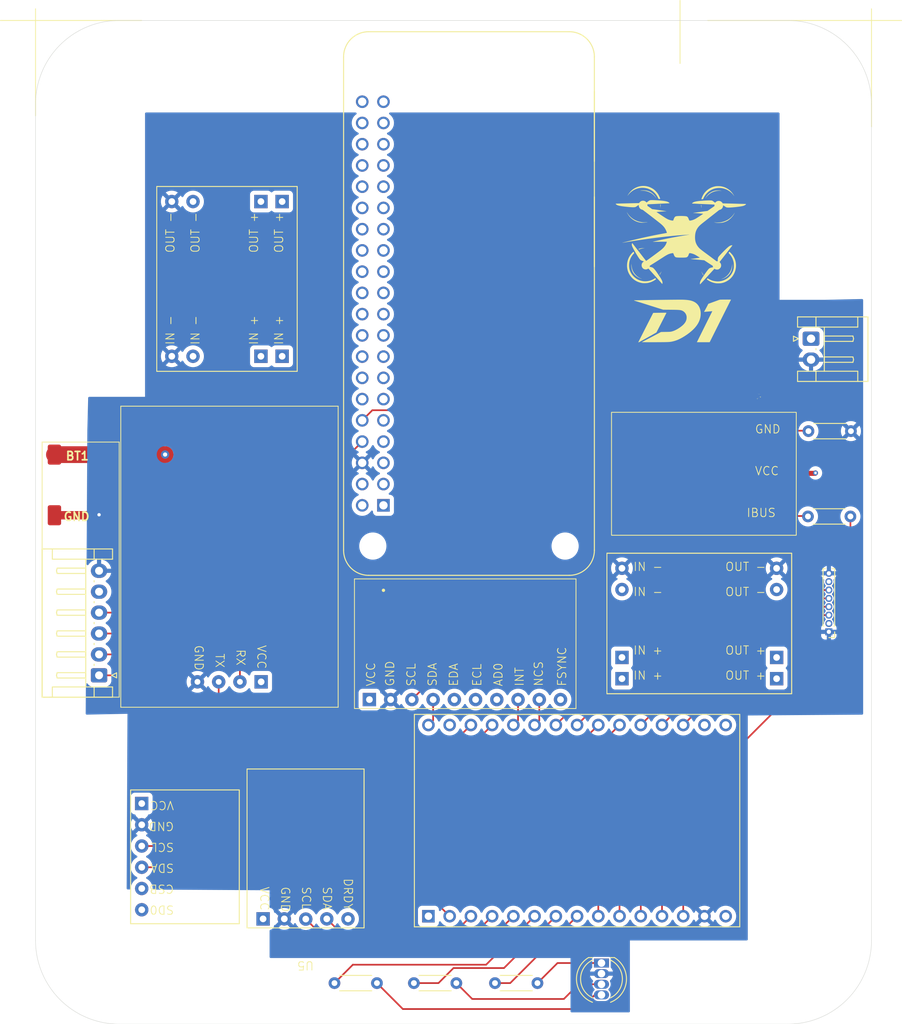
<source format=kicad_pcb>
(kicad_pcb (version 20241229) (generator "pcbnew") (generator_version "9.0")
  (layers (0 "F.Cu" signal) (4 "In1.Cu" signal) (6 "In2.Cu" signal) (2 "B.Cu" signal) (13 "F.Paste" user) (15 "B.Paste" user) (5 "F.SilkS" user "F.Silkscreen") (7 "B.SilkS" user "B.Silkscreen") (1 "F.Mask" user) (3 "B.Mask" user) (25 "Edge.Cuts" user))
  (net 0 "")
  (net 1 "0")
  (net 2 "+7.5V")
  (net 3 "Net-(D1-DO)")
  (net 4 "Net-(D1-DI)")
  (net 5 "Net-(D1-VDD)")
  (net 6 "Net-(J1-Pin_25)")
  (net 7 "Net-(J1-Pin_27)")
  (net 8 "Net-(J1-Pin_3)")
  (net 10 "Net-(J1-Pin_9)")
  (net 11 "Net-(J1-Pin_24)")
  (net 12 "Net-(J1-Pin_2)")
  (net 13 "Net-(J1-Pin_7)")
  (net 14 "Net-(J1-Pin_20)")
  (net 15 "+3.3V")
  (net 16 "Net-(J1-Pin_23)")
  (net 17 "Net-(J1-Pin_12)")
  (net 18 "Net-(J1-Pin_10)")
  (net 19 "Net-(J1-Pin_13)")
  (net 20 "Net-(J1-Pin_26)")
  (net 21 "Net-(J1-Pin_30)")
  (net 22 "Net-(J1-Pin_28)")
  (net 23 "Net-(J1-Pin_19)")
  (net 24 "Net-(J1-Pin_5)")
  (net 26 "Net-(J1-Pin_4)")
  (net 28 "Net-(J1-Pin_21)")
  (net 29 "Net-(J1-Pin_11)")
  (net 30 "Net-(J1-Pin_22)")
  (net 31 "Net-(J1-Pin_6)")
  (net 32 "+5V")
  (net 45 "Net-(J1-Pin_18)")
  (net 64 "Net-(C3-Pad1)")
  (net 65 "Net-(C1-Pad2)")
  (net 66 "Net-(C3-Pad2)")
  (net 67 "Net-(C1-Pad1)")
  (net 68 "Net-(C2-Pad1)")
  (net 69 "Net-(C2-Pad2)")
  (net 70 "Net-(C4-Pad1)")
  (net 71 "Net-(C4-Pad2)")
  (net 72 "Net-(J1-Pin_8)")
  (net 87 "Net-(U8-SBUS)")
  (net 88 "Net-(U8-GND)")
  (footprint "Graphics:biggerdrone" (layer "F.Cu") (at 137.2 55.6)
    (property "Reference" "G***" (hide yes))
    (property "Value" "LOGO" (hide yes))
  )
  (footprint "mp1584:mp1584_footprint" (layer "F.Cu") (at 69.7 61.85 90)
    (property "Reference" "U6" (hide yes))
    (property "Value" "mp1584" (hide yes))
    (fp_text user "IN -" (at -7 10 90) (layer "F.SilkS") (effects (font (thickness 0.1)) (justify left bottom)))
    (fp_text user "OUT -" (at 4 10 90) (layer "F.SilkS") (effects (font (thickness 0.1)) (justify left bottom)))
    (fp_text user "IN +" (at -7 20 90) (layer "F.SilkS") (effects (font (thickness 0.1)) (justify left bottom)))
    (fp_text user "IN +" (at -7 17 90) (layer "F.SilkS") (effects (font (thickness 0.1)) (justify left bottom)))
    (fp_text user "IN -" (at -7 7 90) (layer "F.SilkS") (effects (font (thickness 0.1)) (justify left bottom)))
    (fp_text user "OUT +" (at 4 17 90) (layer "F.SilkS") (effects (font (thickness 0.1)) (justify left bottom)))
    (fp_text user "OUT -" (at 4 7 90) (layer "F.SilkS") (effects (font (thickness 0.1)) (justify left bottom)))
    (fp_text user "OUT +" (at 4 20 90) (layer "F.SilkS") (effects (font (thickness 0.1)) (justify left bottom)))
    (pad "1" thru_hole rect (at 10.2 19.8 90) (size 1.6 1.6) (drill 0.8) (layers "*.Cu" "*.Mask") (net 15 "+3.3V"))
    (pad "2" thru_hole rect (at 10.2 17.26 90) (size 1.6 1.6) (drill 0.8) (layers "*.Cu" "*.Mask") (net 64 "Net-(C3-Pad1)"))
    (pad "3" thru_hole circle (at 10.2 9.14 90) (size 1.6 1.6) (drill 0.8) (layers "*.Cu" "*.Mask") (net 66 "Net-(C3-Pad2)"))
    (pad "4" thru_hole circle (at 10.2 6.6 90) (size 1.6 1.6) (drill 0.8) (layers "*.Cu" "*.Mask") (net 1 "0"))
    (pad "5" thru_hole circle (at -8.3 6.6 90) (size 1.6 1.6) (drill 0.8) (layers "*.Cu" "*.Mask") (net 1 "0"))
    (pad "6" thru_hole circle (at -8.3 9.14 90) (size 1.6 1.6) (drill 0.8) (layers "*.Cu" "*.Mask") (net 65 "Net-(C1-Pad2)"))
    (pad "7" thru_hole rect (at -8.3 17.26 90) (size 1.6 1.6) (drill 0.8) (layers "*.Cu" "*.Mask") (net 67 "Net-(C1-Pad1)"))
    (pad "8" thru_hole rect (at -8.3 19.8 90) (size 1.6 1.6) (drill 0.8) (layers "*.Cu" "*.Mask") (net 2 "+7.5V"))
  )
  (footprint "MountingHole:MountingHole_3.5mm" (layer "F.Cu") (at 137.071068 36.928932)
    (property "Reference" "H7" (hide yes))
    (property "Value" "MountingHole" (hide yes))
    (pad "" np_thru_hole circle (at 0 0) (size 3.5 3.5) (drill 3.5) (layers "*.Cu" "*.Mask"))
  )
  (footprint "Resistor_THT:R_Axial_DIN0204_L3.6mm_D1.6mm_P5.08mm_Horizontal" (layer "F.Cu") (at 157.54 79.1 180)
    (property "Reference" "R5" (hide yes))
    (property "Value" "2K")
    (pad "1" thru_hole circle (at 0 0 180) (size 1.4 1.4) (drill 0.7) (layers "*.Cu" "*.Mask") (net 1 "0"))
    (pad "2" thru_hole oval (at 5.08 0 180) (size 1.4 1.4) (drill 0.7) (layers "*.Cu" "*.Mask") (net 88 "Net-(U8-GND)"))
  )
  (footprint "Flysky fs-a8s:Flysky fs-a8s_footprint" (layer "F.Cu") (at 122 83.45 90)
    (property "Reference" "U8" (hide yes))
    (property "Value" "Flysky fs-a8s" (hide yes))
    (fp_text user "IBUS" (at -6 23 0) (layer "F.SilkS") (effects (font (thickness 0.1)) (justify left bottom)))
    (fp_text user "GND" (at 4 24 0) (layer "F.SilkS") (effects (font (thickness 0.1)) (justify left bottom)))
    (fp_text user "VCC" (at -1 24 0) (layer "F.SilkS") (effects (font (thickness 0.1)) (justify left bottom)))
    (pad "1" smd roundrect (at 4.4 28 90) (size 2.4 1.6) (layers "F.Cu" "F.Mask" "F.Paste") (roundrect_rratio 0.15) (net 88 "Net-(U8-GND)"))
    (pad "2" smd roundrect (at -0.7 28 90) (size 2.4 1.6) (layers "F.Cu" "F.Mask" "F.Paste") (roundrect_rratio 0.15) (net 32 "+5V"))
    (pad "3" smd roundrect (at -5.8 28 90) (size 2.4 1.6) (layers "F.Cu" "F.Mask" "F.Paste") (roundrect_rratio 0.15) (net 87 "Net-(U8-SBUS)"))
  )
  (footprint "MPU6500:MPU6500" (layer "F.Cu") (at 115.18 116.28 180)
    (property "Reference" "U9" (hide yes))
    (property "Value" "~" (hide yes))
    (fp_text user "SCL" (at 9.652 6.604 90) (layer "F.SilkS") (effects (font (thickness 0.1)) (justify left bottom)))
    (fp_text user "SDA" (at 7.112 6.604 90) (layer "F.SilkS") (effects (font (thickness 0.1)) (justify left bottom)))
    (fp_text user "NCS" (at -5.588 6.604 90) (layer "F.SilkS") (effects (font (thickness 0.1)) (justify left bottom)))
    (fp_text user "GND" (at 12.192 6.604 90) (layer "F.SilkS") (effects (font (thickness 0.1)) (justify left bottom)))
    (fp_text user "VCC" (at 14.478 6.604 90) (layer "F.SilkS") (effects (font (thickness 0.1)) (justify left bottom)))
    (fp_text user "EDA" (at 4.572 6.604 90) (layer "F.SilkS") (effects (font (thickness 0.1)) (justify left bottom)))
    (fp_text user "INT" (at -3.302 6.604 90) (layer "F.SilkS") (effects (font (thickness 0.1)) (justify left bottom)))
    (fp_text user "ECL" (at 1.778 6.604 90) (layer "F.SilkS") (effects (font (thickness 0.1)) (justify left bottom)))
    (fp_text user "AD0" (at -0.762 6.604 90) (layer "F.SilkS") (effects (font (thickness 0.1)) (justify left bottom)))
    (fp_text user "FSYNC" (at -8.382 6.604 90) (layer "F.SilkS") (effects (font (thickness 0.1)) (justify left bottom)))
    (pad "1" thru_hole rect (at 15.24 5.08 180) (size 1.6 1.6) (drill 0.8) (layers "*.Cu" "*.Mask") (net 15 "+3.3V"))
    (pad "2" thru_hole circle (at 12.7 5.08 180) (size 1.6 1.6) (drill 0.8) (layers "*.Cu" "*.Mask") (net 1 "0"))
    (pad "3" thru_hole circle (at 10.16 5.08 180) (size 1.6 1.6) (drill 0.8) (layers "*.Cu" "*.Mask") (net 11 "Net-(J1-Pin_24)"))
    (pad "4" thru_hole circle (at 7.62 5.08 180) (size 1.6 1.6) (drill 0.8) (layers "*.Cu" "*.Mask") (net 21 "Net-(J1-Pin_30)"))
    (pad "5" thru_hole circle (at 5.08 5.08 180) (size 1.6 1.6) (drill 0.8) (layers "*.Cu" "*.Mask"))
    (pad "6" thru_hole circle (at 2.54 5.08 180) (size 1.6 1.6) (drill 0.8) (layers "*.Cu" "*.Mask"))
    (pad "7" thru_hole circle (at 0 5.08 180) (size 1.6 1.6) (drill 0.8) (layers "*.Cu" "*.Mask"))
    (pad "8" thru_hole circle (at -2.54 5.08 180) (size 1.6 1.6) (drill 0.8) (layers "*.Cu" "*.Mask") (net 20 "Net-(J1-Pin_26)"))
    (pad "9" thru_hole circle (at -5.08 5.08 180) (size 1.6 1.6) (drill 0.8) (layers "*.Cu" "*.Mask") (net 6 "Net-(J1-Pin_25)"))
    (pad "10" thru_hole circle (at -7.62 5.08 180) (size 1.6 1.6) (drill 0.8) (layers "*.Cu" "*.Mask"))
  )
  (footprint "Connector_JST:JST_EH_S2B-EH_1x02_P2.50mm_Horizontal" (layer "F.Cu") (at 152.7675 68.05 -90)
    (property "Reference" "BT1" (hide yes))
    (property "Value" "Battery")
    (pad "1" thru_hole roundrect (at 0 0 270) (size 1.7 2) (drill 1) (layers "*.Cu" "*.Mask") (roundrect_rratio 0.147059) (net 2 "+7.5V"))
    (pad "2" thru_hole oval (at 2.5 0 270) (size 1.7 2) (drill 1) (layers "*.Cu" "*.Mask") (net 1 "0"))
  )
  (footprint "Graphics:words" (layer "F.Cu") (at 137.4 65.9)
    (property "Reference" "G***" (hide yes))
    (property "Value" "LOGO" (hide yes))
  )
  (footprint "Connector_PinHeader_1.00mm:PinHeader_1x08_P1.00mm_Vertical" (layer "F.Cu") (at 154.9 103.1 180)
    (property "Reference" "J2" (hide yes))
    (property "Value" "Conn_01x08_Pin" (hide yes))
    (pad "1" thru_hole rect (at 0 0 180) (size 0.85 0.85) (drill 0.5) (layers "*.Cu" "*.Mask") (net 1 "0"))
    (pad "2" thru_hole oval (at 0 1 180) (size 0.85 0.85) (drill 0.5) (layers "*.Cu" "*.Mask") (net 15 "+3.3V"))
    (pad "3" thru_hole oval (at 0 2 180) (size 0.85 0.85) (drill 0.5) (layers "*.Cu" "*.Mask") (net 45 "Net-(J1-Pin_18)"))
    (pad "4" thru_hole oval (at 0 3 180) (size 0.85 0.85) (drill 0.5) (layers "*.Cu" "*.Mask") (net 23 "Net-(J1-Pin_19)"))
    (pad "5" thru_hole oval (at 0 4 180) (size 0.85 0.85) (drill 0.5) (layers "*.Cu" "*.Mask") (net 14 "Net-(J1-Pin_20)"))
    (pad "6" thru_hole oval (at 0 5 180) (size 0.85 0.85) (drill 0.5) (layers "*.Cu" "*.Mask") (net 16 "Net-(J1-Pin_23)"))
    (pad "7" thru_hole oval (at 0 6 180) (size 0.85 0.85) (drill 0.5) (layers "*.Cu" "*.Mask") (net 32 "+5V"))
    (pad "8" thru_hole oval (at 0 7 180) (size 0.85 0.85) (drill 0.5) (layers "*.Cu" "*.Mask") (net 1 "0"))
  )
  (footprint "MountingHole:MountingHole_3.5mm" (layer "F.Cu") (at 82.928933 143.071068)
    (property "Reference" "H5" (hide yes))
    (property "Value" "MountingHole" (hide yes))
    (pad "" np_thru_hole circle (at 0 0) (size 3.5 3.5) (drill 3.5) (layers "*.Cu" "*.Mask"))
  )
  (footprint "Resistor_THT:R_Axial_DIN0204_L3.6mm_D1.6mm_P5.08mm_Horizontal" (layer "F.Cu") (at 100.84 145.1 180)
    (property "Reference" "R3" (hide yes))
    (property "Value" "220" (hide yes))
    (pad "1" thru_hole circle (at 0 0 180) (size 1.4 1.4) (drill 0.7) (layers "*.Cu" "*.Mask") (net 4 "Net-(D1-DI)"))
    (pad "2" thru_hole oval (at 5.08 0 180) (size 1.4 1.4) (drill 0.7) (layers "*.Cu" "*.Mask") (net 31 "Net-(J1-Pin_6)"))
  )
  (footprint "Resistor_THT:R_Axial_DIN0204_L3.6mm_D1.6mm_P5.08mm_Horizontal" (layer "F.Cu") (at 120.04 145.1 180)
    (property "Reference" "R1" (hide yes))
    (property "Value" "220" (hide yes))
    (pad "1" thru_hole circle (at 0 0 180) (size 1.4 1.4) (drill 0.7) (layers "*.Cu" "*.Mask") (net 3 "Net-(D1-DO)"))
    (pad "2" thru_hole oval (at 5.08 0 180) (size 1.4 1.4) (drill 0.7) (layers "*.Cu" "*.Mask") (net 72 "Net-(J1-Pin_8)"))
  )
  (footprint "mp1584:mp1584_footprint" (layer "F.Cu") (at 138.45 88.9)
    (property "Reference" "U7" (hide yes))
    (property "Value" "mp1584" (hide yes))
    (fp_text user "IN -" (at -7 7 0) (layer "F.SilkS") (effects (font (thickness 0.1)) (justify left bottom)))
    (fp_text user "IN +" (at -7 17 0) (layer "F.SilkS") (effects (font (thickness 0.1)) (justify left bottom)))
    (fp_text user "OUT +" (at 4 17 0) (layer "F.SilkS") (effects (font (thickness 0.1)) (justify left bottom)))
    (fp_text user "IN +" (at -7 20 0) (layer "F.SilkS") (effects (font (thickness 0.1)) (justify left bottom)))
    (fp_text user "OUT -" (at 4 7 0) (layer "F.SilkS") (effects (font (thickness 0.1)) (justify left bottom)))
    (fp_text user "OUT -" (at 4 10 0) (layer "F.SilkS") (effects (font (thickness 0.1)) (justify left bottom)))
    (fp_text user "OUT +" (at 4 20 0) (layer "F.SilkS") (effects (font (thickness 0.1)) (justify left bottom)))
    (fp_text user "IN -" (at -7 10 0) (layer "F.SilkS") (effects (font (thickness 0.1)) (justify left bottom)))
    (pad "1" thru_hole rect (at 10.2 19.8) (size 1.6 1.6) (drill 0.8) (layers "*.Cu" "*.Mask") (net 32 "+5V"))
    (pad "2" thru_hole rect (at 10.2 17.26) (size 1.6 1.6) (drill 0.8) (layers "*.Cu" "*.Mask") (net 71 "Net-(C4-Pad2)"))
    (pad "3" thru_hole circle (at 10.2 9.14) (size 1.6 1.6) (drill 0.8) (layers "*.Cu" "*.Mask") (net 70 "Net-(C4-Pad1)"))
    (pad "4" thru_hole circle (at 10.2 6.6) (size 1.6 1.6) (drill 0.8) (layers "*.Cu" "*.Mask") (net 1 "0"))
    (pad "5" thru_hole circle (at -8.3 6.6) (size 1.6 1.6) (drill 0.8) (layers "*.Cu" "*.Mask") (net 1 "0"))
    (pad "6" thru_hole circle (at -8.3 9.14) (size 1.6 1.6) (drill 0.8) (layers "*.Cu" "*.Mask") (net 68 "Net-(C2-Pad1)"))
    (pad "7" thru_hole rect (at -8.3 17.26) (size 1.6 1.6) (drill 0.8) (layers "*.Cu" "*.Mask") (net 69 "Net-(C2-Pad2)"))
    (pad "8" thru_hole rect (at -8.3 19.8) (size 1.6 1.6) (drill 0.8) (layers "*.Cu" "*.Mask") (net 2 "+7.5V"))
  )
  (footprint "HMC5883L:HMC5883L_footprint" (layer "F.Cu") (at 92.3 142.5 180)
    (property "Reference" "U5" (at 0 -0.5 180) (layer "F.SilkS") (effects (font (thickness 0.1))))
    (property "Value" "HMC5883L")
    (fp_text user "SDA" (at -2 9 270) (layer "F.SilkS") (effects (font (thickness 0.1)) (justify left bottom)))
    (fp_text user "SCL" (at 0.5 9 270) (layer "F.SilkS") (effects (font (thickness 0.1)) (justify left bottom)))
    (fp_text user "DRDY" (at -4.5 10 270) (layer "F.SilkS") (effects (font (thickness 0.1)) (justify left bottom)))
    (fp_text user "GND" (at 3 9 270) (layer "F.SilkS") (effects (font (thickness 0.1)) (justify left bottom)))
    (fp_text user "VCC" (at 5.5 9 270) (layer "F.SilkS") (effects (font (thickness 0.1)) (justify left bottom)))
    (pad "1" thru_hole rect (at 5.08 5.08 180) (size 1.6 1.6) (drill 0.8) (layers "*.Cu" "*.Mask") (net 15 "+3.3V"))
    (pad "2" thru_hole circle (at 2.54 5.08 180) (size 1.6 1.6) (drill 0.8) (layers "*.Cu" "*.Mask") (net 1 "0"))
    (pad "3" thru_hole circle (at -0.027476 5.05461 180) (size 1.6 1.6) (drill 0.8) (layers "*.Cu" "*.Mask") (net 24 "Net-(J1-Pin_5)"))
    (pad "4" thru_hole circle (at -2.54 5.08 180) (size 1.6 1.6) (drill 0.8) (layers "*.Cu" "*.Mask") (net 26 "Net-(J1-Pin_4)"))
    (pad "5" thru_hole circle (at -5.08 5.08 180) (size 1.6 1.6) (drill 0.8) (layers "*.Cu" "*.Mask"))
  )
  (footprint "Resistor_THT:R_Axial_DIN0204_L3.6mm_D1.6mm_P5.08mm_Horizontal" (layer "F.Cu") (at 157.48 89.3 180)
    (property "Reference" "R4" (hide yes))
    (property "Value" "3.3K")
    (pad "1" thru_hole circle (at 0 0 180) (size 1.4 1.4) (drill 0.7) (layers "*.Cu" "*.Mask") (net 19 "Net-(J1-Pin_13)"))
    (pad "2" thru_hole oval (at 5.08 0 180) (size 1.4 1.4) (drill 0.7) (layers "*.Cu" "*.Mask") (net 87 "Net-(U8-SBUS)"))
  )
  (footprint "4x1_ESC:4x1_ESC" (layer "F.Cu") (at 60.76 96.41 -90)
    (property "Reference" "U10" (hide yes))
    (property "Value" "~" (hide yes))
    (fp_text user "GND" (at -6.5 -2.5 0) (layer "F.SilkS") (effects (font (thickness 0.2) (bold yes)) (justify left bottom)))
    (fp_text user "BT1" (at -13.75 -2.75 0) (layer "F.SilkS") (effects (font (thickness 0.2) (bold yes)) (justify left bottom)))
    (pad "1" thru_hole oval (at -0.61 -6.84 90) (size 1.7 1.95) (drill 0.95) (layers "*.Cu" "*.Mask") (net 1 "0"))
    (pad "2" thru_hole oval (at 1.89 -6.84 90) (size 1.7 1.95) (drill 0.95) (layers "*.Cu" "*.Mask"))
    (pad "3" thru_hole oval (at 4.39 -6.84 90) (size 1.7 1.95) (drill 0.95) (layers "*.Cu" "*.Mask") (net 17 "Net-(J1-Pin_12)"))
    (pad "4" thru_hole oval (at 6.89 -6.84 90) (size 1.7 1.95) (drill 0.95) (layers "*.Cu" "*.Mask") (net 29 "Net-(J1-Pin_11)"))
    (pad "5" thru_hole oval (at 9.39 -6.84 90) (size 1.7 1.95) (drill 0.95) (layers "*.Cu" "*.Mask") (net 18 "Net-(J1-Pin_10)"))
    (pad "6" thru_hole roundrect (at 11.89 -6.84 90) (size 1.7 1.95) (drill 0.95) (layers "*.Cu" "*.Mask") (roundrect_rratio 0.147059) (net 10 "Net-(J1-Pin_9)"))
    (pad "13" smd roundrect (at -7.25 -1.5 270) (size 2.4 1.6) (layers "F.Cu" "F.Mask" "F.Paste") (roundrect_rratio 0.15) (net 1 "0"))
    (pad "14" smd roundrect (at -14.5 -1.5 270) (size 2.4 1.6) (layers "F.Cu" "F.Mask" "F.Paste") (roundrect_rratio 0.15) (net 2 "+7.5V"))
  )
  (footprint "MountingHole:MountingHole_3.5mm" (layer "F.Cu") (at 137.071068 143.071067)
    (property "Reference" "H3" (hide yes))
    (property "Value" "MountingHole" (hide yes))
    (pad "" np_thru_hole circle (at 0 0) (size 3.5 3.5) (drill 3.5) (layers "*.Cu" "*.Mask"))
  )
  (footprint "Resistor_THT:R_Axial_DIN0204_L3.6mm_D1.6mm_P5.08mm_Horizontal" (layer "F.Cu") (at 110.34 145.1 180)
    (property "Reference" "R2" (hide yes))
    (property "Value" "220" (hide yes))
    (pad "1" thru_hole circle (at 0 0 180) (size 1.4 1.4) (drill 0.7) (layers "*.Cu" "*.Mask") (net 5 "Net-(D1-VDD)"))
    (pad "2" thru_hole oval (at 5.08 0 180) (size 1.4 1.4) (drill 0.7) (layers "*.Cu" "*.Mask") (net 13 "Net-(J1-Pin_7)"))
  )
  (footprint "RF_Module:ESP32-C3-DevKitM-1" (layer "F.Cu") (at 107 137.1 90)
    (property "Reference" "J1" (hide yes))
    (property "Value" "ESP-32_DevkitC" (hide yes))
    (pad "1" thru_hole rect (at 0 0 90) (size 1.5 1.5) (drill 0.9) (layers "*.Cu" "*.Mask"))
    (pad "2" thru_hole circle (at 0 2.54 90) (size 1.5 1.5) (drill 0.9) (layers "*.Cu" "*.Mask") (net 12 "Net-(J1-Pin_2)"))
    (pad "3" thru_hole circle (at 0 5.08 90) (size 1.5 1.5) (drill 0.9) (layers "*.Cu" "*.Mask") (net 8 "Net-(J1-Pin_3)"))
    (pad "4" thru_hole circle (at 0 7.62 90) (size 1.5 1.5) (drill 0.9) (layers "*.Cu" "*.Mask") (net 26 "Net-(J1-Pin_4)"))
    (pad "5" thru_hole circle (at 0 10.16 90) (size 1.5 1.5) (drill 0.9) (layers "*.Cu" "*.Mask") (net 24 "Net-(J1-Pin_5)"))
    (pad "6" thru_hole circle (at 0 12.7 90) (size 1.5 1.5) (drill 0.9) (layers "*.Cu" "*.Mask") (net 31 "Net-(J1-Pin_6)"))
    (pad "7" thru_hole circle (at 0 15.24 90) (size 1.5 1.5) (drill 0.9) (layers "*.Cu" "*.Mask") (net 13 "Net-(J1-Pin_7)"))
    (pad "8" thru_hole circle (at 0 17.78 90) (size 1.5 1.5) (drill 0.9) (layers "*.Cu" "*.Mask") (net 72 "Net-(J1-Pin_8)"))
    (pad "9" thru_hole circle (at 0 20.32 90) (size 1.5 1.5) (drill 0.9) (layers "*.Cu" "*.Mask") (net 10 "Net-(J1-Pin_9)"))
    (pad "10" thru_hole circle (at 0 22.86 90) (size 1.5 1.5) (drill 0.9) (layers "*.Cu" "*.Mask") (net 18 "Net-(J1-Pin_10)"))
    (pad "11" thru_hole circle (at 0 25.4 90) (size 1.5 1.5) (drill 0.9) (layers "*.Cu" "*.Mask") (net 29 "Net-(J1-Pin_11)"))
    (pad "12" thru_hole circle (at 0 27.94 90) (size 1.5 1.5) (drill 0.9) (layers "*.Cu" "*.Mask") (net 17 "Net-(J1-Pin_12)"))
    (pad "13" thru_hole circle (at 0 30.48 90) (size 1.5 1.5) (drill 0.9) (layers "*.Cu" "*.Mask") (net 19 "Net-(J1-Pin_13)"))
    (pad "14" thru_hole circle (at 0 33.02 90) (size 1.5 1.5) (drill 0.9) (layers "*.Cu" "*.Mask") (net 1 "0"))
    (pad "15" thru_hole circle (at 0 35.56 90) (size 1.5 1.5) (drill 0.9) (layers "*.Cu" "*.Mask") (net 15 "+3.3V"))
    (pad "16" thru_hole circle (at 22.86 35.56 90) (size 1.5 1.5) (drill 0.9) (layers "*.Cu" "*.Mask"))
    (pad "17" thru_hole circle (at 22.86 33.02 90) (size 1.5 1.5) (drill 0.9) (layers "*.Cu" "*.Mask"))
    (pad "18" thru_hole circle (at 22.86 30.48 90) (size 1.5 1.5) (drill 0.9) (layers "*.Cu" "*.Mask") (net 45 "Net-(J1-Pin_18)"))
    (pad "19" thru_hole circle (at 22.86 27.94 90) (size 1.5 1.5) (drill 0.9) (layers "*.Cu" "*.Mask") (net 23 "Net-(J1-Pin_19)"))
    (pad "20" thru_hole circle (at 22.86 25.4 90) (size 1.5 1.5) (drill 0.9) (layers "*.Cu" "*.Mask") (net 14 "Net-(J1-Pin_20)"))
    (pad "21" thru_hole circle (at 22.86 22.86 90) (size 1.5 1.5) (drill 0.9) (layers "*.Cu" "*.Mask") (net 28 "Net-(J1-Pin_21)"))
    (pad "22" thru_hole circle (at 22.86 20.32 90) (size 1.5 1.5) (drill 0.9) (layers "*.Cu" "*.Mask") (net 30 "Net-(J1-Pin_22)"))
    (pad "23" thru_hole circle (at 22.86 17.78 90) (size 1.5 1.5) (drill 0.9) (layers "*.Cu" "*.Mask") (net 16 "Net-(J1-Pin_23)"))
    (pad "24" thru_hole circle (at 22.86 15.24 90) (size 1.5 1.5) (drill 0.9) (layers "*.Cu" "*.Mask") (net 11 "Net-(J1-Pin_24)"))
    (pad "25" thru_hole circle (at 22.86 12.7 90) (size 1.5 1.5) (drill 0.9) (layers "*.Cu" "*.Mask") (net 6 "Net-(J1-Pin_25)"))
    (pad "26" thru_hole circle (at 22.86 10.16 90) (size 1.5 1.5) (drill 0.9) (layers "*.Cu" "*.Mask") (net 20 "Net-(J1-Pin_26)"))
    (pad "27" thru_hole circle (at 22.86 7.62 90) (size 1.5 1.5) (drill 0.9) (layers "*.Cu" "*.Mask") (net 7 "Net-(J1-Pin_27)"))
    (pad "28" thru_hole circle (at 22.86 5.08 90) (size 1.5 1.5) (drill 0.9) (layers "*.Cu" "*.Mask") (net 22 "Net-(J1-Pin_28)"))
    (pad "29" thru_hole circle (at 22.86 2.54 90) (size 1.5 1.5) (drill 0.9) (layers "*.Cu" "*.Mask"))
    (pad "30" thru_hole circle (at 22.86 0 90) (size 1.5 1.5) (drill 0.9) (layers "*.Cu" "*.Mask") (net 21 "Net-(J1-Pin_30)"))
  )
  (footprint "MountingHole:MountingHole_3.5mm" (layer "F.Cu") (at 82.928932 36.928932)
    (property "Reference" "H1" (hide yes))
    (property "Value" "MountingHole" (hide yes))
    (pad "" np_thru_hole circle (at 0 0) (size 3.5 3.5) (drill 3.5) (layers "*.Cu" "*.Mask"))
  )
  (footprint "MountingHole:MountingHole_3.5mm" (layer "F.Cu") (at 153.071068 127.071067)
    (property "Reference" "H2" (hide yes))
    (property "Value" "MountingHole" (hide yes))
    (pad "" np_thru_hole circle (at 0 0) (size 3.5 3.5) (drill 3.5) (layers "*.Cu" "*.Mask"))
  )
  (footprint "MountingHole:MountingHole_3.5mm" (layer "F.Cu") (at 66.928932 127.071067)
    (property "Reference" "H6" (hide yes))
    (property "Value" "MountingHole" (hide yes))
    (pad "" np_thru_hole circle (at 0 0) (size 3.5 3.5) (drill 3.5) (layers "*.Cu" "*.Mask"))
  )
  (footprint "MountingHole:MountingHole_3.5mm" (layer "F.Cu") (at 153.071068 52.928933)
    (property "Reference" "H8" (hide yes))
    (property "Value" "MountingHole" (hide yes))
    (pad "" np_thru_hole circle (at 0 0) (size 3.5 3.5) (drill 3.5) (layers "*.Cu" "*.Mask"))
  )
  (footprint "Rasberry Pi 0W footprint:MODULE_SC0065" (layer "F.Cu") (at 111.85 63.8425 90)
    (property "Reference" "U1" (hide yes))
    (property "Value" "Rasberry Pi 0W" (hide yes))
    (pad "" np_thru_hole circle (at -29 -11.5 90) (size 2.75 2.75) (drill 2.75) (layers "*.Cu" "*.Mask"))
    (pad "" np_thru_hole circle (at -29 11.5 90) (size 2.75 2.75) (drill 2.75) (layers "*.Cu" "*.Mask"))
    (pad "" np_thru_hole circle (at 29 -11.5 90) (size 2.75 2.75) (drill 2.75) (layers "*.Cu" "*.Mask"))
    (pad "" np_thru_hole circle (at 29 11.5 90) (size 2.75 2.75) (drill 2.75) (layers "*.Cu" "*.Mask"))
    (pad "1" thru_hole rect (at -24.13 -10.23 90) (size 1.508 1.508) (drill 1) (layers "*.Cu" "*.Mask"))
    (pad "2" thru_hole circle (at -24.13 -12.77 90) (size 1.508 1.508) (drill 1) (layers "*.Cu" "*.Mask") (net 32 "+5V"))
    (pad "3" thru_hole circle (at -21.59 -10.23 90) (size 1.508 1.508) (drill 1) (layers "*.Cu" "*.Mask"))
    (pad "4" thru_hole circle (at -21.59 -12.77 90) (size 1.508 1.508) (drill 1) (layers "*.Cu" "*.Mask"))
    (pad "5" thru_hole circle (at -19.05 -10.23 90) (size 1.508 1.508) (drill 1) (layers "*.Cu" "*.Mask"))
    (pad "6" thru_hole circle (at -19.05 -12.77 90) (size 1.508 1.508) (drill 1) (layers "*.Cu" "*.Mask") (net 1 "0"))
    (pad "7" thru_hole circle (at -16.51 -10.23 90) (size 1.508 1.508) (drill 1) (layers "*.Cu" "*.Mask"))
    (pad "8" thru_hole circle (at -16.51 -12.77 90) (size 1.508 1.508) (drill 1) (layers "*.Cu" "*.Mask") (net 7 "Net-(J1-Pin_27)"))
    (pad "9" thru_hole circle (at -13.97 -10.23 90) (size 1.508 1.508) (drill 1) (layers "*.Cu" "*.Mask"))
    (pad "10" thru_hole circle (at -13.97 -12.77 90) (size 1.508 1.508) (drill 1) (layers "*.Cu" "*.Mask") (net 22 "Net-(J1-Pin_28)"))
    (pad "11" thru_hole circle (at -11.43 -10.23 90) (size 1.508 1.508) (drill 1) (layers "*.Cu" "*.Mask"))
    (pad "12" thru_hole circle (at -11.43 -12.77 90) (size 1.508 1.508) (drill 1) (layers "*.Cu" "*.Mask"))
    (pad "13" thru_hole circle (at -8.89 -10.23 90) (size 1.508 1.508) (drill 1) (layers "*.Cu" "*.Mask"))
    (pad "14" thru_hole circle (at -8.89 -12.77 90) (size 1.508 1.508) (drill 1) (layers "*.Cu" "*.Mask"))
    (pad "15" thru_hole circle (at -6.35 -10.23 90) (size 1.508 1.508) (drill 1) (layers "*.Cu" "*.Mask"))
    (pad "16" thru_hole circle (at -6.35 -12.77 90) (size 1.508 1.508) (drill 1) (layers "*.Cu" "*.Mask"))
    (pad "17" thru_hole circle (at -3.81 -10.23 90) (size 1.508 1.508) (drill 1) (layers "*.Cu" "*.Mask"))
    (pad "18" thru_hole circle (at -3.81 -12.77 90) (size 1.508 1.508) (drill 1) (layers "*.Cu" "*.Mask"))
    (pad "19" thru_hole circle (at -1.27 -10.23 90) (size 1.508 1.508) (drill 1) (layers "*.Cu" "*.Mask"))
    (pad "20" thru_hole circle (at -1.27 -12.77 90) (size 1.508 1.508) (drill 1) (layers "*.Cu" "*.Mask"))
    (pad "21" thru_hole circle (at 1.27 -10.23 90) (size 1.508 1.508) (drill 1) (layers "*.Cu" "*.Mask"))
    (pad "22" thru_hole circle (at 1.27 -12.77 90) (size 1.508 1.508) (drill 1) (layers "*.Cu" "*.Mask"))
    (pad "23" thru_hole circle (at 3.81 -10.23 90) (size 1.508 1.508) (drill 1) (layers "*.Cu" "*.Mask"))
    (pad "24" thru_hole circle (at 3.81 -12.77 90) (size 1.508 1.508) (drill 1) (layers "*.Cu" "*.Mask"))
    (pad "25" thru_hole circle (at 6.35 -10.23 90) (size 1.508 1.508) (drill 1) (layers "*.Cu" "*.Mask"))
    (pad "26" thru_hole circle (at 6.35 -12.77 90) (size 1.508 1.508) (drill 1) (layers "*.Cu" "*.Mask"))
    (pad "27" thru_hole circle (at 8.89 -10.23 90) (size 1.508 1.508) (drill 1) (layers "*.Cu" "*.Mask"))
    (pad "28" thru_hole circle (at 8.89 -12.77 90) (size 1.508 1.508) (drill 1) (layers "*.Cu" "*.Mask"))
    (pad "29" thru_hole circle (at 11.43 -10.23 90) (size 1.508 1.508) (drill 1) (layers "*.Cu" "*.Mask"))
    (pad "30" thru_hole circle (at 11.43 -12.77 90) (size 1.508 1.508) (drill 1) (layers "*.Cu" "*.Mask"))
    (pad "31" thru_hole circle (at 13.97 -10.23 90) (size 1.508 1.508) (drill 1) (layers "*.Cu" "*.Mask"))
    (pad "32" thru_hole circle (at 13.97 -12.77 90) (size 1.508 1.508) (drill 1) (layers "*.Cu" "*.Mask"))
    (pad "33" thru_hole circle (at 16.51 -10.23 90) (size 1.508 1.508) (drill 1) (layers "*.Cu" "*.Mask"))
    (pad "34" thru_hole circle (at 16.51 -12.77 90) (size 1.508 1.508) (drill 1) (layers "*.Cu" "*.Mask"))
    (pad "35" thru_hole circle (at 19.05 -10.23 90) (size 1.508 1.508) (drill 1) (layers "*.Cu" "*.Mask"))
    (pad "36" thru_hole circle (at 19.05 -12.77 90) (size 1.508 1.508) (drill 1) (layers "*.Cu" "*.Mask"))
    (pad "37" thru_hole circle (at 21.59 -10.23 90) (size 1.508 1.508) (drill 1) (layers "*.Cu" "*.Mask"))
    (pad "38" thru_hole circle (at 21.59 -12.77 90) (size 1.508 1.508) (drill 1) (layers "*.Cu" "*.Mask"))
    (pad "39" thru_hole circle (at 24.13 -10.23 90) (size 1.508 1.508) (drill 1) (layers "*.Cu" "*.Mask"))
    (pad "40" thru_hole circle (at 24.13 -12.77 90) (size 1.508 1.508) (drill 1) (layers "*.Cu" "*.Mask"))
  )
  (footprint "MountingHole:MountingHole_3.5mm" (layer "F.Cu") (at 66.928932 52.928933)
    (property "Reference" "H4" (hide yes))
    (property "Value" "MountingHole" (hide yes))
    (pad "" np_thru_hole circle (at 0 0) (size 3.5 3.5) (drill 3.5) (layers "*.Cu" "*.Mask"))
  )
  (footprint "GY-NEO6MV2_footprint:GY-NEO6MV2foot" (layer "F.Cu") (at 84.45 111.6175 180)
    (property "Reference" "U3" (hide yes))
    (property "Value" "GY-NEO6MV2" (hide yes))
    (fp_text user "TX" (at 3 6 270) (layer "F.SilkS") (effects (font (thickness 0.1)) (justify left bottom)))
    (fp_text user "GND" (at 5.5 7 270) (layer "F.SilkS") (effects (font (thickness 0.1)) (justify left bottom)))
    (fp_text user "RX" (at 0.5 6.5 270) (layer "F.SilkS") (effects (font (thickness 0.1)) (justify left bottom)))
    (fp_text user "VCC" (at -2 7 270) (layer "F.SilkS") (effects (font (thickness 0.1)) (justify left bottom)))
    (pad "1" thru_hole rect (at -2.54 2.54 180) (size 1.6 1.6) (drill 0.8) (layers "*.Cu" "*.Mask") (net 15 "+3.3V"))
    (pad "2" thru_hole circle (at 0 2.54 180) (size 1.6 1.6) (drill 0.7) (layers "*.Cu" "*.Mask") (net 28 "Net-(J1-Pin_21)"))
    (pad "3" thru_hole circle (at 2.54 2.54 180) (size 1.6 1.6) (drill 0.7) (layers "*.Cu" "*.Mask") (net 30 "Net-(J1-Pin_22)"))
    (pad "4" thru_hole circle (at 5.08 2.54 180) (size 1.6 1.6) (drill 0.7) (layers "*.Cu" "*.Mask") (net 1 "0"))
  )
  (footprint "LED_THT:LED_D5.0mm-4_RGB" (layer "F.Cu") (at 127.7 142.7 -90)
    (property "Reference" "D1" (hide yes))
    (property "Value" "APA-106-F5" (hide yes))
    (pad "1" thru_hole rect (at 0 0 270) (size 1.07 1.8) (drill 0.9) (layers "*.Cu" "*.Mask") (net 3 "Net-(D1-DO)"))
    (pad "2" thru_hole oval (at 1.27 0 270) (size 1.07 1.8) (drill 0.9) (layers "*.Cu" "*.Mask") (net 1 "0"))
    (pad "3" thru_hole oval (at 2.54 0 270) (size 1.07 1.8) (drill 0.9) (layers "*.Cu" "*.Mask") (net 5 "Net-(D1-VDD)"))
    (pad "4" thru_hole oval (at 3.81 0 270) (size 1.07 1.8) (drill 0.9) (layers "*.Cu" "*.Mask") (net 4 "Net-(D1-DI)"))
  )
  (footprint "BME280_module:BME280_footprint" (layer "F.Cu") (at 67.625 131.25 90)
    (property "Reference" "U4" (hide yes))
    (property "Value" "BME280" (hide yes))
    (fp_text user "SDA" (at 0.5 9 180) (layer "F.SilkS") (effects (font (thickness 0.1)) (justify left bottom)))
    (fp_text user "VCC" (at 8 9 180) (layer "F.SilkS") (effects (font (thickness 0.1)) (justify left bottom)))
    (fp_text user "CSB" (at -2 9 180) (layer "F.SilkS") (effects (font (thickness 0.1)) (justify left bottom)))
    (fp_text user "SD0" (at -4.5 9 180) (layer "F.SilkS") (effects (font (thickness 0.1)) (justify left bottom)))
    (fp_text user "SCL" (at 3 9 180) (layer "F.SilkS") (effects (font (thickness 0.1)) (justify left bottom)))
    (fp_text user "GND" (at 5.5 9 180) (layer "F.SilkS") (effects (font (thickness 0.1)) (justify left bottom)))
    (pad "1" thru_hole rect (at 7.62 5.08 90) (size 1.6 1.6) (drill 0.8) (layers "*.Cu" "*.Mask") (net 15 "+3.3V"))
    (pad "2" thru_hole circle (at 5.08 5.08 90) (size 1.6 1.6) (drill 0.8) (layers "*.Cu" "*.Mask") (net 1 "0"))
    (pad "3" thru_hole circle (at 2.54 5.08 90) (size 1.6 1.6) (drill 0.8) (layers "*.Cu" "*.Mask") (net 12 "Net-(J1-Pin_2)"))
    (pad "4" thru_hole circle (at 0 5.08 90) (size 1.6 1.6) (drill 0.8) (layers "*.Cu" "*.Mask") (net 8 "Net-(J1-Pin_3)"))
    (pad "5" thru_hole circle (at -2.54 5.08 90) (size 1.6 1.6) (drill 0.8) (layers "*.Cu" "*.Mask") (net 15 "+3.3V"))
    (pad "6" thru_hole circle (at -5.08 5.08 90) (size 1.6 1.6) (drill 0.8) (layers "*.Cu" "*.Mask"))
  )
  (gr_line (start 60 41.4) (end 60 28.6) (stroke (width 0.1)) (layer "F.SilkS"))
  (gr_line (start 137.1 36.9) (end 137.1 27.6) (stroke (width 0.1)) (layer "F.SilkS"))
  (gr_line (start 140.4 30) (end 163.6 30) (stroke (width 0.1)) (layer "F.SilkS"))
  (gr_line (start 160 42.7) (end 160 28.6) (stroke (width 0.1)) (layer "F.SilkS"))
  (gr_line (start 72.7 30) (end 55.8 30) (stroke (width 0.1)) (layer "F.SilkS"))
  (gr_line (start 70 30) (end 150 30) (stroke (width 0.05)) (layer "Edge.Cuts"))
  (gr_arc (start 150 30) (mid 157.071068 32.928932) (end 160 40) (stroke (width 0.05)) (layer "Edge.Cuts"))
  (gr_line (start 160 40) (end 160 140) (stroke (width 0.05)) (layer "Edge.Cuts"))
  (gr_arc (start 70 150) (mid 62.928932 147.071068) (end 60 140) (stroke (width 0.05)) (layer "Edge.Cuts"))
  (gr_arc (start 160 140) (mid 157.071068 147.071068) (end 150 150) (stroke (width 0.05)) (layer "Edge.Cuts"))
  (gr_arc (start 60 40) (mid 62.928932 32.928932) (end 70 30) (stroke (width 0.05)) (layer "Edge.Cuts"))
  (gr_line (start 60 140) (end 60 40) (stroke (width 0.05)) (layer "Edge.Cuts"))
  (gr_line (start 150 150) (end 70 150) (stroke (width 0.05)) (layer "Edge.Cuts"))
  (segment (start 67.54 89.16) (end 67.6 89.1) (width 1) (layer "F.Cu") (net 1))
  (segment (start 62.26 89.16) (end 67.54 89.16) (width 1) (layer "F.Cu") (net 1))
  (via (at 67.6 89.1) (size 0.8) (drill 0.4) (layers "F.Cu" "B.Cu") (net 1))
  (segment (start 75.49 81.91) (end 75.5 81.9) (width 2) (layer "F.Cu") (net 2))
  (segment (start 62.26 81.91) (end 75.49 81.91) (width 2) (layer "F.Cu") (net 2))
  (via (at 75.5 81.9) (size 1) (drill 0.5) (layers "F.Cu" "B.Cu") (net 2))
  (segment (start 122.44 142.7) (end 120.04 145.1) (width 0.2) (layer "F.Cu") (net 3))
  (segment (start 127.7 142.7) (end 122.44 142.7) (width 0.2) (layer "F.Cu") (net 3))
  (segment (start 103.94 148.2) (end 125.2 148.2) (width 0.2) (layer "F.Cu") (net 4))
  (segment (start 126.89 146.51) (end 127.7 146.51) (width 0.2) (layer "F.Cu") (net 4))
  (segment (start 100.84 145.1) (end 103.94 148.2) (width 0.2) (layer "F.Cu") (net 4))
  (segment (start 125.2 148.2) (end 126.89 146.51) (width 0.2) (layer "F.Cu") (net 4))
  (segment (start 110.34 145.1) (end 112.24 147) (width 0.2) (layer "F.Cu") (net 5))
  (segment (start 124.96 145.24) (end 127.7 145.24) (width 0.2) (layer "F.Cu") (net 5))
  (segment (start 112.24 147) (end 123.2 147) (width 0.2) (layer "F.Cu") (net 5))
  (segment (start 123.2 147) (end 124.96 145.24) (width 0.2) (layer "F.Cu") (net 5))
  (segment (start 120.26 113.68) (end 119.7 114.24) (width 0.2) (layer "F.Cu") (net 6))
  (segment (start 120.26 111.2) (end 120.26 113.68) (width 0.2) (layer "F.Cu") (net 6))
  (segment (start 99.08 80.3525) (end 95.5 83.9325) (width 0.2) (layer "F.Cu") (net 7))
  (segment (start 111.96 116.9) (end 100 116.9) (width 0.2) (layer "F.Cu") (net 7))
  (segment (start 114.62 114.24) (end 111.96 116.9) (width 0.2) (layer "F.Cu") (net 7))
  (segment (start 100 116.9) (end 95.5 112.4) (width 0.2) (layer "F.Cu") (net 7))
  (segment (start 95.5 83.9325) (end 95.5 112.4) (width 0.2) (layer "F.Cu") (net 7))
  (segment (start 110.38 138.8) (end 112.08 137.1) (width 0.2) (layer "F.Cu") (net 8))
  (segment (start 98.15 131.25) (end 105.7 138.8) (width 0.2) (layer "F.Cu") (net 8))
  (segment (start 105.7 138.8) (end 110.38 138.8) (width 0.2) (layer "F.Cu") (net 8))
  (segment (start 72.705 131.25) (end 98.15 131.25) (width 0.2) (layer "F.Cu") (net 8))
  (segment (start 127.32 131.22) (end 127.32 137.1) (width 0.2) (layer "F.Cu") (net 10))
  (segment (start 67.6 108.3) (end 70.4 108.3) (width 0.2) (layer "F.Cu") (net 10))
  (segment (start 83 126.7) (end 122.8 126.7) (width 0.2) (layer "F.Cu") (net 10))
  (segment (start 122.8 126.7) (end 127.32 131.22) (width 0.2) (layer "F.Cu") (net 10))
  (segment (start 72.2 110.1) (end 72.2 115.9) (width 0.2) (layer "F.Cu") (net 10))
  (segment (start 72.2 115.9) (end 83 126.7) (width 0.2) (layer "F.Cu") (net 10))
  (segment (start 70.4 108.3) (end 72.2 110.1) (width 0.2) (layer "F.Cu") (net 10))
  (segment (start 125 110.4) (end 124 109.4) (width 0.2) (layer "F.Cu") (net 11))
  (segment (start 124 109.4) (end 106.82 109.4) (width 0.2) (layer "F.Cu") (net 11))
  (segment (start 122.24 114.24) (end 125 111.48) (width 0.2) (layer "F.Cu") (net 11))
  (segment (start 105.02 111.2) (end 106.82 109.4) (width 0.2) (layer "F.Cu") (net 11))
  (segment (start 125 111.48) (end 125 110.4) (width 0.2) (layer "F.Cu") (net 11))
  (segment (start 101.15 128.71) (end 109.54 137.1) (width 0.2) (layer "F.Cu") (net 12))
  (segment (start 72.705 128.71) (end 101.15 128.71) (width 0.2) (layer "F.Cu") (net 12))
  (segment (start 116.04 143.3) (end 110 143.3) (width 0.2) (layer "F.Cu") (net 13))
  (segment (start 108.2 145.1) (end 110 143.3) (width 0.2) (layer "F.Cu") (net 13))
  (segment (start 122.24 137.1) (end 116.04 143.3) (width 0.2) (layer "F.Cu") (net 13))
  (segment (start 105.26 145.1) (end 108.2 145.1) (width 0.2) (layer "F.Cu") (net 13))
  (segment (start 151.6 100.9) (end 153.4 99.1) (width 0.2) (layer "F.Cu") (net 14))
  (segment (start 134.54 112.1) (end 136.9 112.1) (width 0.2) (layer "F.Cu") (net 14))
  (segment (start 136.9 112.1) (end 148.1 100.9) (width 0.2) (layer "F.Cu") (net 14))
  (segment (start 132.4 114.24) (end 134.54 112.1) (width 0.2) (layer "F.Cu") (net 14))
  (segment (start 153.4 99.1) (end 154.9 99.1) (width 0.2) (layer "F.Cu") (net 14))
  (segment (start 148.1 100.9) (end 151.6 100.9) (width 0.2) (layer "F.Cu") (net 14))
  (segment (start 151 100.1) (end 153 98.1) (width 0.2) (layer "F.Cu") (net 16))
  (segment (start 136.2 111.4) (end 147.5 100.1) (width 0.2) (layer "F.Cu") (net 16))
  (segment (start 147.5 100.1) (end 151 100.1) (width 0.2) (layer "F.Cu") (net 16))
  (segment (start 124.78 114.24) (end 127.62 111.4) (width 0.2) (layer "F.Cu") (net 16))
  (segment (start 127.62 111.4) (end 136.2 111.4) (width 0.2) (layer "F.Cu") (net 16))
  (segment (start 153 98.1) (end 154.9 98.1) (width 0.2) (layer "F.Cu") (net 16))
  (segment (start 76.7 112.7) (end 84.8 120.8) (width 0.2) (layer "F.Cu") (net 17))
  (segment (start 71.3 100.8) (end 76.7 106.2) (width 0.2) (layer "F.Cu") (net 17))
  (segment (start 134.94 130.14) (end 134.94 137.1) (width 0.2) (layer "F.Cu") (net 17))
  (segment (start 76.7 106.2) (end 76.7 112.7) (width 0.2) (layer "F.Cu") (net 17))
  (segment (start 84.8 120.8) (end 125.6 120.8) (width 0.2) (layer "F.Cu") (net 17))
  (segment (start 67.6 100.8) (end 71.3 100.8) (width 0.2) (layer "F.Cu") (net 17))
  (segment (start 125.6 120.8) (end 134.94 130.14) (width 0.2) (layer "F.Cu") (net 17))
  (segment (start 70.9 105.8) (end 73.7 108.6) (width 0.2) (layer "F.Cu") (net 18))
  (segment (start 129.86 130.46) (end 123.8 124.4) (width 0.2) (layer "F.Cu") (net 18))
  (segment (start 73.7 114.4) (end 83.7 124.4) (width 0.2) (layer "F.Cu") (net 18))
  (segment (start 129.86 137.1) (end 129.86 130.46) (width 0.2) (layer "F.Cu") (net 18))
  (segment (start 83.7 124.4) (end 123.8 124.4) (width 0.2) (layer "F.Cu") (net 18))
  (segment (start 73.7 108.6) (end 73.7 114.4) (width 0.2) (layer "F.Cu") (net 18))
  (segment (start 67.6 105.8) (end 70.9 105.8) (width 0.2) (layer "F.Cu") (net 18))
  (segment (start 157.48 103.52) (end 137.48 123.52) (width 0.2) (layer "F.Cu") (net 19))
  (segment (start 157.48 89.3) (end 157.48 103.52) (width 0.2) (layer "F.Cu") (net 19))
  (segment (start 137.48 123.52) (end 137.48 137.1) (width 0.2) (layer "F.Cu") (net 19))
  (segment (start 117.72 111.2) (end 117.72 113.68) (width 0.2) (layer "F.Cu") (net 20))
  (segment (start 117.72 113.68) (end 117.16 114.24) (width 0.2) (layer "F.Cu") (net 20))
  (segment (start 107.56 113.68) (end 107 114.24) (width 0.2) (layer "F.Cu") (net 21))
  (segment (start 107.56 111.2) (end 107.56 113.68) (width 0.2) (layer "F.Cu") (net 21))
  (segment (start 105.3 88.1) (end 105.3 78.2) (width 0.2) (layer "F.Cu") (net 22))
  (segment (start 96.9 112.1) (end 96.9 93.1) (width 0.2) (layer "F.Cu") (net 22))
  (segment (start 100.2925 76.6) (end 99.08 77.8125) (width 0.2) (layer "F.Cu") (net 22))
  (segment (start 105.3 78.2) (end 103.7 76.6) (width 0.2) (layer "F.Cu") (net 22))
  (segment (start 96.9 93.1) (end 99.6 90.4) (width 0.2) (layer "F.Cu") (net 22))
  (segment (start 100.8 116) (end 96.9 112.1) (width 0.2) (layer "F.Cu") (net 22))
  (segment (start 99.6 90.4) (end 103 90.4) (width 0.2) (layer "F.Cu") (net 22))
  (segment (start 103.7 76.6) (end 100.2925 76.6) (width 0.2) (layer "F.Cu") (net 22))
  (segment (start 112.08 114.24) (end 110.32 116) (width 0.2) (layer "F.Cu") (net 22))
  (segment (start 103 90.4) (end 105.3 88.1) (width 0.2) (layer "F.Cu") (net 22))
  (segment (start 110.32 116) (end 100.8 116) (width 0.2) (layer "F.Cu") (net 22))
  (segment (start 136.48 112.7) (end 137.9 112.7) (width 0.2) (layer "F.Cu") (net 23))
  (segment (start 152.1 101.7) (end 153.7 100.1) (width 0.2) (layer "F.Cu") (net 23))
  (segment (start 148.9 101.7) (end 152.1 101.7) (width 0.2) (layer "F.Cu") (net 23))
  (segment (start 134.94 114.24) (end 136.48 112.7) (width 0.2) (layer "F.Cu") (net 23))
  (segment (start 137.9 112.7) (end 148.9 101.7) (width 0.2) (layer "F.Cu") (net 23))
  (segment (start 153.7 100.1) (end 154.9 100.1) (width 0.2) (layer "F.Cu") (net 23))
  (segment (start 95.682086 140.8) (end 92.327476 137.44539) (width 0.2) (layer "F.Cu") (net 24))
  (segment (start 113.46 140.8) (end 117.16 137.1) (width 0.2) (layer "F.Cu") (net 24))
  (segment (start 113.46 140.8) (end 95.682086 140.8) (width 0.2) (layer "F.Cu") (net 24))
  (segment (start 112.12 139.6) (end 97.02 139.6) (width 0.2) (layer "F.Cu") (net 26))
  (segment (start 97.02 139.6) (end 94.84 137.42) (width 0.2) (layer "F.Cu") (net 26))
  (segment (start 112.12 139.6) (end 114.62 137.1) (width 0.2) (layer "F.Cu") (net 26))
  (segment (start 77.4 108) (end 77.4 111.1) (width 0.2) (layer "F.Cu") (net 28))
  (segment (start 83.3 106.3) (end 79.1 106.3) (width 0.2) (layer "F.Cu") (net 28))
  (segment (start 77.4 111.1) (end 85.2 118.9) (width 0.2) (layer "F.Cu") (net 28))
  (segment (start 79.1 106.3) (end 77.4 108) (width 0.2) (layer "F.Cu") (net 28))
  (segment (start 85.2 118.9) (end 125.2 118.9) (width 0.2) (layer "F.Cu") (net 28))
  (segment (start 125.2 118.9) (end 129.86 114.24) (width 0.2) (layer "F.Cu") (net 28))
  (segment (start 84.45 107.45) (end 83.3 106.3) (width 0.2) (layer "F.Cu") (net 28))
  (segment (start 84.45 109.0775) (end 84.45 107.45) (width 0.2) (layer "F.Cu") (net 28))
  (segment (start 124.4 122.3) (end 132.4 130.3) (width 0.2) (layer "F.Cu") (net 29))
  (segment (start 84.2 122.3) (end 124.4 122.3) (width 0.2) (layer "F.Cu") (net 29))
  (segment (start 75 107.1) (end 75 113.1) (width 0.2) (layer "F.Cu") (net 29))
  (segment (start 75 113.1) (end 84.2 122.3) (width 0.2) (layer "F.Cu") (net 29))
  (segment (start 67.6 103.3) (end 71.2 103.3) (width 0.2) (layer "F.Cu") (net 29))
  (segment (start 132.4 130.3) (end 132.4 137.1) (width 0.2) (layer "F.Cu") (net 29))
  (segment (start 71.2 103.3) (end 75 107.1) (width 0.2) (layer "F.Cu") (net 29))
  (segment (start 127.32 114.24) (end 123.66 117.9) (width 0.2) (layer "F.Cu") (net 30))
  (segment (start 81.91 113.21) (end 81.91 109.0775) (width 0.2) (layer "F.Cu") (net 30))
  (segment (start 86.6 117.9) (end 81.91 113.21) (width 0.2) (layer "F.Cu") (net 30))
  (segment (start 123.66 117.9) (end 86.6 117.9) (width 0.2) (layer "F.Cu") (net 30))
  (segment (start 97.961 142.899) (end 95.76 145.1) (width 0.2) (layer "F.Cu") (net 31))
  (segment (start 119.7 137.1) (end 113.901 142.899) (width 0.2) (layer "F.Cu") (net 31))
  (segment (start 113.901 142.899) (end 97.961 142.899) (width 0.2) (layer "F.Cu") (net 31))
  (segment (start 153.25 84.15) (end 153.3 84.1) (width 0.6) (layer "F.Cu") (net 32))
  (segment (start 150 84.15) (end 153.25 84.15) (width 0.6) (layer "F.Cu") (net 32))
  (via (at 153.3 84.1) (size 0.6) (drill 0.3) (layers "F.Cu" "B.Cu") (net 32))
  (segment (start 149.22 102.5) (end 152.8 102.5) (width 0.2) (layer "F.Cu") (net 45))
  (segment (start 137.48 114.24) (end 149.22 102.5) (width 0.2) (layer "F.Cu") (net 45))
  (segment (start 152.8 102.5) (end 154.2 101.1) (width 0.2) (layer "F.Cu") (net 45))
  (segment (start 154.2 101.1) (end 154.9 101.1) (width 0.2) (layer "F.Cu") (net 45))
  (segment (start 114.96 145.1) (end 116.78 145.1) (width 0.2) (layer "F.Cu") (net 72))
  (segment (start 116.78 145.1) (end 124.78 137.1) (width 0.2) (layer "F.Cu") (net 72))
  (segment (start 150 89.25) (end 152.35 89.25) (width 0.2) (layer "F.Cu") (net 87))
  (segment (start 152.35 89.25) (end 152.4 89.3) (width 0.2) (layer "F.Cu") (net 87))
  (segment (start 150 79.05) (end 152.41 79.05) (width 0.2) (layer "F.Cu") (net 88))
  (segment (start 152.41 79.05) (end 152.46 79.1) (width 0.2) (layer "F.Cu") (net 88))
  (zone (net 1) (net_name "0") (layer "B.Cu") (connect_pads (clearance 0.5)) (min_thickness 0.25) (fill yes (thermal_gap 0.5) (thermal_bridge_width 0.5))
    (polygon (pts (xy 73.1 41) (xy 149 41) (xy 149 63.4) (xy 154.4 63.4) (xy 159 63.3) (xy 159 113) (xy 145.2 113.1) (xy 145.2 140) (xy 131.1 140) (xy 131.1 148.6) (xy 124 148.6) (xy 124 142.1) (xy 88 142.1) (xy 88 134) (xy 70.9 133.9) (xy 71 112.9) (xy 66 113) (xy 66.2 79) (xy 66.3 75) (xy 73.1 75)))
  )
)
</source>
